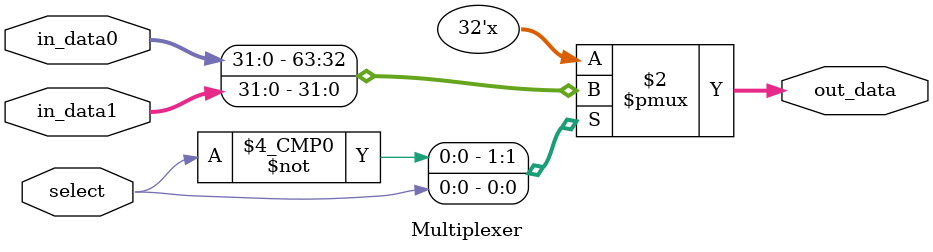
<source format=v>
`timescale 1ns / 1ps

module Multiplexer(
    input [31:0] in_data0,
    input [31:0] in_data1,
    input select,
    output reg [31:0] out_data
    );
    
    always @ (in_data0 or in_data1 or select)
    begin
        case (select)
            2'b00 : out_data = in_data0;
            2'b01 : out_data = in_data1;
        endcase
     end
endmodule

</source>
